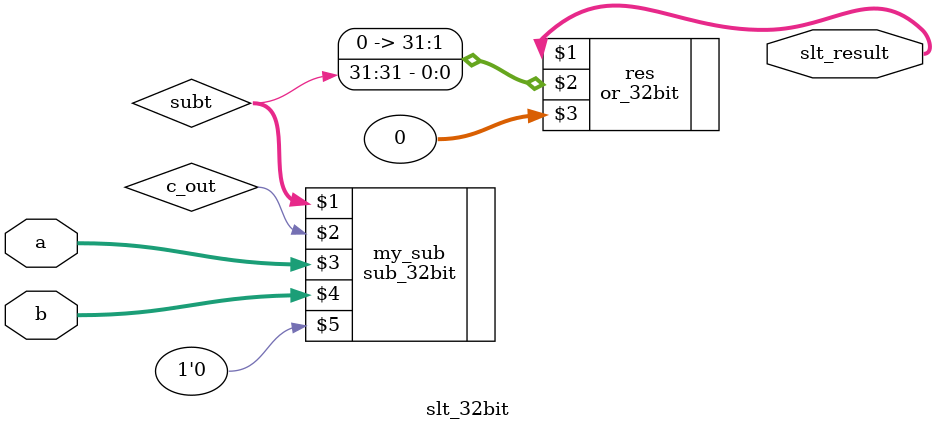
<source format=v>
module slt_32bit (
	output [31:0] slt_result,
	input [31:0] a,
	input [31:0] b
);

	wire c_out;
	wire [31:0] subt;
	
	sub_32bit my_sub (subt, c_out, a, b, 1'b0);	
	
	or_32bit res (slt_result, {31'b0, subt[31]}, 32'b0); // the slt result is msb of sub result
	
	
endmodule


	
</source>
